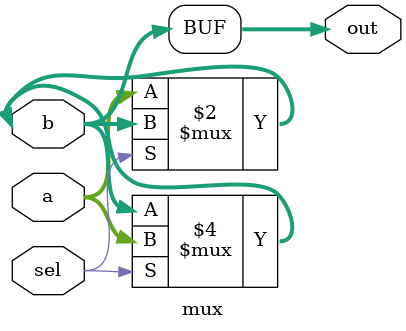
<source format=v>
module mux( 
input [4:0] a, b,
input sel,
output [4:0] out );
// When sel=0, assign a to out. 
// When sel=1, assign b to out.
// When sel=2, assign a to out. 
// When sel=3, assign b to out.
// The rest of the outputs are don't care.
assign out = (sel==0) ? a : b;
assign out = (sel==1) ? a : b;
assign out = (sel==2) ? a : b;
assign out = (sel==3) ? a : b;
endmodule

</source>
